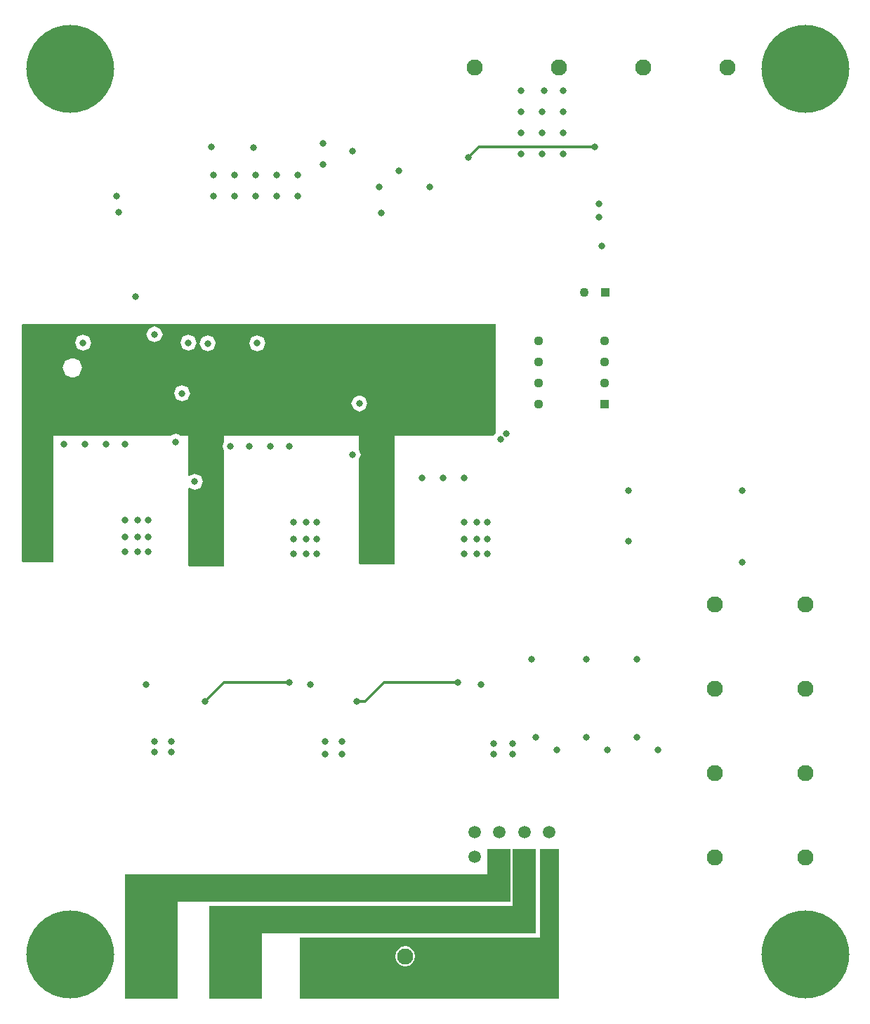
<source format=gbr>
%TF.GenerationSoftware,KiCad,Pcbnew,(6.0.9)*%
%TF.CreationDate,2023-03-24T12:27:37+01:00*%
%TF.ProjectId,twoLevelInverter,74776f4c-6576-4656-9c49-6e7665727465,rev?*%
%TF.SameCoordinates,Original*%
%TF.FileFunction,Copper,L3,Inr*%
%TF.FilePolarity,Positive*%
%FSLAX46Y46*%
G04 Gerber Fmt 4.6, Leading zero omitted, Abs format (unit mm)*
G04 Created by KiCad (PCBNEW (6.0.9)) date 2023-03-24 12:27:37*
%MOMM*%
%LPD*%
G01*
G04 APERTURE LIST*
%TA.AperFunction,ComponentPad*%
%ADD10R,1.100000X1.100000*%
%TD*%
%TA.AperFunction,ComponentPad*%
%ADD11C,1.100000*%
%TD*%
%TA.AperFunction,ComponentPad*%
%ADD12R,1.130000X1.130000*%
%TD*%
%TA.AperFunction,ComponentPad*%
%ADD13C,1.130000*%
%TD*%
%TA.AperFunction,ComponentPad*%
%ADD14C,0.900000*%
%TD*%
%TA.AperFunction,ComponentPad*%
%ADD15C,10.600000*%
%TD*%
%TA.AperFunction,ComponentPad*%
%ADD16C,1.950000*%
%TD*%
%TA.AperFunction,ComponentPad*%
%ADD17R,1.520000X1.520000*%
%TD*%
%TA.AperFunction,ComponentPad*%
%ADD18C,1.520000*%
%TD*%
%TA.AperFunction,ViaPad*%
%ADD19C,0.800000*%
%TD*%
%TA.AperFunction,Conductor*%
%ADD20C,0.300000*%
%TD*%
G04 APERTURE END LIST*
D10*
%TO.N,+3V3*%
%TO.C,C19*%
X218400000Y-74168000D03*
D11*
%TO.N,GND*%
X215900000Y-74168000D03*
%TD*%
D12*
%TO.N,Net-(C17-Pad2)*%
%TO.C,IC8*%
X218346000Y-87630000D03*
D13*
%TO.N,unconnected-(IC8-Pad2)*%
X218346000Y-85090000D03*
%TO.N,unconnected-(IC8-Pad3)*%
X218346000Y-82550000D03*
%TO.N,+3V3*%
X218346000Y-80010000D03*
%TO.N,unconnected-(IC8-Pad5)*%
X210406000Y-80010000D03*
%TO.N,GND*%
X210406000Y-82550000D03*
%TO.N,+24V*%
X210406000Y-85090000D03*
%TO.N,Net-(C17-Pad1)*%
X210406000Y-87630000D03*
%TD*%
D14*
%TO.N,GND*%
%TO.C,H3*%
X245380749Y-151113251D03*
X245380749Y-156734749D03*
X239759251Y-156734749D03*
D15*
X242570000Y-153924000D03*
D14*
X238595000Y-153924000D03*
X242570000Y-157899000D03*
X242570000Y-149949000D03*
X246545000Y-153924000D03*
X239759251Y-151113251D03*
%TD*%
D16*
%TO.N,/B_1*%
%TO.C,J3*%
X242570000Y-142240000D03*
%TO.N,/A_1*%
X242570000Y-132080000D03*
%TO.N,GND*%
X242570000Y-121920000D03*
%TO.N,+5V*%
X242570000Y-111760000D03*
%TD*%
D14*
%TO.N,GND*%
%TO.C,H1*%
X156734749Y-156734749D03*
X149949000Y-153924000D03*
X156734749Y-151113251D03*
X153924000Y-157899000D03*
X157899000Y-153924000D03*
X151113251Y-156734749D03*
D15*
X153924000Y-153924000D03*
D14*
X151113251Y-151113251D03*
X153924000Y-149949000D03*
%TD*%
%TO.N,GND*%
%TO.C,H2*%
X156734749Y-44433251D03*
X149949000Y-47244000D03*
D15*
X153924000Y-47244000D03*
D14*
X153924000Y-43269000D03*
X153924000Y-51219000D03*
X151113251Y-44433251D03*
X156734749Y-50054749D03*
X151113251Y-50054749D03*
X157899000Y-47244000D03*
%TD*%
D16*
%TO.N,/Phase_A*%
%TO.C,J4*%
X163830000Y-154178000D03*
%TO.N,/Phase_B*%
X173990000Y-154178000D03*
%TO.N,/Phase_C*%
X184150000Y-154178000D03*
%TO.N,GND*%
X194310000Y-154178000D03*
%TD*%
D14*
%TO.N,GND*%
%TO.C,H4*%
X239759251Y-50054749D03*
X242570000Y-43269000D03*
X246545000Y-47244000D03*
D15*
X242570000Y-47244000D03*
D14*
X239759251Y-44433251D03*
X245380749Y-50054749D03*
X245380749Y-44433251D03*
X242570000Y-51219000D03*
X238595000Y-47244000D03*
%TD*%
D16*
%TO.N,/HALL_A*%
%TO.C,J8*%
X231648000Y-142240000D03*
%TO.N,/HALL_B*%
X231648000Y-132080000D03*
%TO.N,/HALL_C*%
X231648000Y-121920000D03*
%TO.N,+5V*%
X231648000Y-111760000D03*
%TD*%
%TO.N,+5V*%
%TO.C,J5*%
X233172000Y-47117000D03*
%TO.N,+3V3*%
X223012000Y-47117000D03*
%TO.N,GND*%
X212852000Y-47117000D03*
%TO.N,+24V*%
X202692000Y-47117000D03*
%TD*%
D17*
%TO.N,/Phase_C*%
%TO.C,J2*%
X211667250Y-142192000D03*
D18*
%TO.N,/Phase_B*%
X208667250Y-142192000D03*
%TO.N,/Phase_A*%
X205667250Y-142192000D03*
%TO.N,GND*%
X202667250Y-142192000D03*
%TO.N,/HALL_A*%
X211667250Y-139192000D03*
%TO.N,/HALL_B*%
X208667250Y-139192000D03*
%TO.N,/HALL_C*%
X205667250Y-139192000D03*
%TO.N,+5V*%
X202667250Y-139192000D03*
%TD*%
D19*
%TO.N,/HB2_IS*%
X168910000Y-97015500D03*
X159512000Y-62604500D03*
%TO.N,/HB3_IS*%
X188771424Y-87580576D03*
X187960000Y-93726000D03*
%TO.N,/EN_5V*%
X187960000Y-57150000D03*
X155448000Y-80264000D03*
%TO.N,/HB3_INH*%
X164062023Y-79269977D03*
X176453129Y-80340871D03*
%TO.N,/Phase_C*%
X184658000Y-156972000D03*
X186690000Y-156972000D03*
X182372000Y-156972000D03*
X186436000Y-152400000D03*
X184658000Y-158496000D03*
X186690000Y-158496000D03*
X182118000Y-152400000D03*
X182372000Y-158496000D03*
X184404000Y-152400000D03*
%TO.N,/Phase_B*%
X176276000Y-151638000D03*
X176276000Y-158242000D03*
X171450000Y-156464000D03*
X173990000Y-158242000D03*
X176276000Y-149352000D03*
X176276000Y-156464000D03*
X171450000Y-151638000D03*
X173990000Y-156464000D03*
X171450000Y-149352000D03*
X173990000Y-151638000D03*
X171450000Y-158242000D03*
X173990000Y-149352000D03*
%TO.N,/Phase_A*%
X165608000Y-150368000D03*
X161544000Y-156210000D03*
X163576000Y-150368000D03*
X161544000Y-150368000D03*
X161544000Y-147828000D03*
X163576000Y-156210000D03*
X163576000Y-145542000D03*
X165608000Y-145542000D03*
X165608000Y-158496000D03*
X161544000Y-158496000D03*
X165608000Y-156210000D03*
X163576000Y-147828000D03*
X163576000Y-158496000D03*
X161544000Y-145542000D03*
X165608000Y-147828000D03*
%TO.N,/HALL_A*%
X210058000Y-127762000D03*
%TO.N,/HALL_B*%
X216154000Y-127762000D03*
%TO.N,/HALL_C*%
X222250000Y-127762000D03*
%TO.N,GND*%
X155702000Y-92456000D03*
X182372000Y-103886000D03*
X184658000Y-128270000D03*
X163322000Y-103632000D03*
X176276000Y-60071000D03*
X164084000Y-129540000D03*
X184404000Y-56261000D03*
X207264000Y-128524000D03*
X207264000Y-129794000D03*
X183642000Y-103886000D03*
X180340000Y-92710000D03*
X224790000Y-129286000D03*
X170942000Y-56642000D03*
X166116000Y-128270000D03*
X213360000Y-54991000D03*
X162052000Y-105410000D03*
X208280000Y-57531000D03*
X186690000Y-129794000D03*
X183642000Y-105664000D03*
X160528000Y-105410000D03*
X202946000Y-101854000D03*
X210820000Y-57531000D03*
X198882000Y-96520000D03*
X201422000Y-101854000D03*
X160528000Y-101600000D03*
X201422000Y-105664000D03*
X171196000Y-60071000D03*
X218694000Y-129286000D03*
X211074000Y-49911000D03*
X191135000Y-61468000D03*
X178816000Y-62611000D03*
X210820000Y-52451000D03*
X204978000Y-128524000D03*
X204216000Y-103886000D03*
X181356000Y-60071000D03*
X166116000Y-129540000D03*
X182372000Y-101854000D03*
X201422000Y-96520000D03*
X217997500Y-68580000D03*
X201422000Y-103886000D03*
X176022000Y-56769000D03*
X202946000Y-103886000D03*
X153162000Y-92456000D03*
X178816000Y-60071000D03*
X180848000Y-105664000D03*
X204216000Y-105664000D03*
X217616500Y-63500000D03*
X160528000Y-103632000D03*
X213360000Y-49911000D03*
X162052000Y-101600000D03*
X202946000Y-105664000D03*
X162052000Y-103632000D03*
X184658000Y-129794000D03*
X180848000Y-101854000D03*
X160528000Y-92456000D03*
X183642000Y-101854000D03*
X204216000Y-101854000D03*
X176276000Y-62611000D03*
X171196000Y-62611000D03*
X163322000Y-105410000D03*
X186690000Y-128270000D03*
X164084000Y-128270000D03*
X197231000Y-61468000D03*
X173736000Y-62611000D03*
X158242000Y-92456000D03*
X173736000Y-60071000D03*
X217616500Y-65151000D03*
X180848000Y-103886000D03*
X173228000Y-92710000D03*
X182372000Y-105664000D03*
X208280000Y-49911000D03*
X234950000Y-98044000D03*
X212598000Y-129286000D03*
X208280000Y-54991000D03*
X204978000Y-129794000D03*
X213360000Y-57531000D03*
X213360000Y-52451000D03*
X163322000Y-101600000D03*
X184404000Y-58801000D03*
X178054000Y-92710000D03*
X181356000Y-62611000D03*
X234950000Y-106680000D03*
X210820000Y-54991000D03*
X196342000Y-96520000D03*
X175514000Y-92710000D03*
X208280000Y-52451000D03*
%TO.N,+24V*%
X204470000Y-86360000D03*
X191770000Y-78740000D03*
X191770000Y-99568000D03*
X191516000Y-101346000D03*
X196850000Y-81280000D03*
X151130000Y-100076000D03*
X169164000Y-99568000D03*
X194310000Y-88900000D03*
X196850000Y-88900000D03*
X199390000Y-86360000D03*
X191770000Y-88900000D03*
X199390000Y-83820000D03*
X191770000Y-86360000D03*
X204470000Y-81280000D03*
X191262000Y-104394000D03*
X189484000Y-106172000D03*
X192024000Y-106426000D03*
X201930000Y-57912000D03*
X150622000Y-106172000D03*
X194310000Y-83820000D03*
X196850000Y-83820000D03*
X201930000Y-78740000D03*
X149352000Y-104394000D03*
X199390000Y-88900000D03*
X170942000Y-99568000D03*
X189484000Y-103886000D03*
X201930000Y-81280000D03*
X191770000Y-83820000D03*
X199390000Y-81280000D03*
X169418000Y-103886000D03*
X191770000Y-81280000D03*
X204470000Y-83820000D03*
X189484000Y-101346000D03*
X170688000Y-102616000D03*
X196850000Y-86360000D03*
X204470000Y-78740000D03*
X194310000Y-78740000D03*
X204470000Y-88900000D03*
X169164000Y-101600000D03*
X201930000Y-88900000D03*
X189738000Y-99568000D03*
X169164000Y-106172000D03*
X194310000Y-86360000D03*
X199390000Y-78740000D03*
X149098000Y-100076000D03*
X148844000Y-106172000D03*
X194310000Y-81280000D03*
X149352000Y-102362000D03*
X201930000Y-86360000D03*
X201930000Y-83820000D03*
X196850000Y-78740000D03*
X171196000Y-106426000D03*
X217170000Y-56642000D03*
%TO.N,+3V3*%
X188468000Y-123444000D03*
X180340000Y-121158000D03*
X200660000Y-121158000D03*
X170180000Y-123444000D03*
%TO.N,Net-(C13-Pad1)*%
X191389000Y-64643000D03*
X193548000Y-59563000D03*
%TO.N,/current_A*%
X166636500Y-92202000D03*
X163068000Y-121412000D03*
%TO.N,/current_B*%
X167386000Y-86360000D03*
X182880000Y-121412000D03*
%TO.N,/current_C*%
X159766000Y-64516000D03*
X203454000Y-121412000D03*
%TO.N,/A_1_3V3*%
X206502000Y-91186000D03*
X221234000Y-98044000D03*
%TO.N,/B_1_3V3*%
X221234000Y-104140000D03*
X205795244Y-91935500D03*
%TO.N,/HALL_B_3V3*%
X216154000Y-118364000D03*
X168148000Y-80264000D03*
%TO.N,/HALL_A_3V3*%
X161798000Y-74676000D03*
X209550000Y-118364000D03*
%TO.N,/HALL_C_3V3*%
X222250000Y-118364000D03*
X170476403Y-80350357D03*
%TD*%
D20*
%TO.N,+24V*%
X217170000Y-56642000D02*
X203200000Y-56642000D01*
X203200000Y-56642000D02*
X201930000Y-57912000D01*
%TO.N,+3V3*%
X172466000Y-121158000D02*
X172974000Y-121158000D01*
X188468000Y-123444000D02*
X189484000Y-123444000D01*
X189484000Y-123444000D02*
X191516000Y-121412000D01*
X172974000Y-121158000D02*
X180340000Y-121158000D01*
X191516000Y-121412000D02*
X191770000Y-121158000D01*
X170180000Y-123444000D02*
X172466000Y-121158000D01*
X191770000Y-121158000D02*
X200660000Y-121158000D01*
%TD*%
%TA.AperFunction,Conductor*%
%TO.N,/Phase_A*%
G36*
X207006573Y-141227427D02*
G01*
X207010000Y-141235700D01*
X207010000Y-147562300D01*
X207006573Y-147570573D01*
X206998300Y-147574000D01*
X166878000Y-147574000D01*
X166878000Y-159246300D01*
X166874573Y-159254573D01*
X166866300Y-159258000D01*
X160539700Y-159258000D01*
X160531427Y-159254573D01*
X160528000Y-159246300D01*
X160528000Y-144283700D01*
X160531427Y-144275427D01*
X160539700Y-144272000D01*
X204216000Y-144272000D01*
X204216000Y-141235700D01*
X204219427Y-141227427D01*
X204227700Y-141224000D01*
X206998300Y-141224000D01*
X207006573Y-141227427D01*
G37*
%TD.AperFunction*%
%TD*%
%TA.AperFunction,Conductor*%
%TO.N,+24V*%
G36*
X205195095Y-78014905D02*
G01*
X205232000Y-78104000D01*
X205232000Y-91101259D01*
X205195095Y-91190354D01*
X205154218Y-91217668D01*
X205123062Y-91230573D01*
X205123061Y-91230574D01*
X205099908Y-91240164D01*
X205090318Y-91263317D01*
X205049351Y-91362219D01*
X204981160Y-91430409D01*
X204932942Y-91440000D01*
X167195958Y-91440000D01*
X167147740Y-91430409D01*
X166659655Y-91228238D01*
X166636500Y-91218647D01*
X166613345Y-91228238D01*
X166125260Y-91430409D01*
X166077042Y-91440000D01*
X151892000Y-91440000D01*
X151892000Y-106554000D01*
X151855095Y-106643095D01*
X151766000Y-106680000D01*
X148208000Y-106680000D01*
X148118905Y-106643095D01*
X148082000Y-106554000D01*
X148082000Y-87580576D01*
X187788071Y-87580576D01*
X188076088Y-88275912D01*
X188771424Y-88563929D01*
X189466760Y-88275912D01*
X189754777Y-87580576D01*
X189466760Y-86885240D01*
X188771424Y-86597223D01*
X188076088Y-86885240D01*
X187788071Y-87580576D01*
X148082000Y-87580576D01*
X148082000Y-86360000D01*
X166402647Y-86360000D01*
X166690664Y-87055336D01*
X167386000Y-87343353D01*
X168081336Y-87055336D01*
X168369353Y-86360000D01*
X168081336Y-85664664D01*
X167386000Y-85376647D01*
X166690664Y-85664664D01*
X166402647Y-86360000D01*
X148082000Y-86360000D01*
X148082000Y-83304000D01*
X152978168Y-83304000D01*
X153329591Y-84152409D01*
X153352745Y-84162000D01*
X153884814Y-84382390D01*
X153957505Y-84412500D01*
X154398495Y-84412500D01*
X154471186Y-84382390D01*
X155003255Y-84162000D01*
X155026409Y-84152409D01*
X155377832Y-83304000D01*
X155026409Y-82455591D01*
X155003255Y-82446000D01*
X154409960Y-82200249D01*
X154398495Y-82195500D01*
X153957505Y-82195500D01*
X153946040Y-82200249D01*
X153352745Y-82446000D01*
X153329591Y-82455591D01*
X152978168Y-83304000D01*
X148082000Y-83304000D01*
X148082000Y-80264000D01*
X154464647Y-80264000D01*
X154752664Y-80959336D01*
X155448000Y-81247353D01*
X156143336Y-80959336D01*
X156431353Y-80264000D01*
X167164647Y-80264000D01*
X167452664Y-80959336D01*
X168148000Y-81247353D01*
X168843336Y-80959336D01*
X169095583Y-80350357D01*
X169493050Y-80350357D01*
X169781067Y-81045693D01*
X170476403Y-81333710D01*
X171171739Y-81045693D01*
X171459756Y-80350357D01*
X171455827Y-80340871D01*
X175469776Y-80340871D01*
X175757793Y-81036207D01*
X176453129Y-81324224D01*
X177148465Y-81036207D01*
X177436482Y-80340871D01*
X177148465Y-79645535D01*
X176453129Y-79357518D01*
X175757793Y-79645535D01*
X175469776Y-80340871D01*
X171455827Y-80340871D01*
X171415594Y-80243739D01*
X171181329Y-79678174D01*
X171171739Y-79655021D01*
X170476403Y-79367004D01*
X169781067Y-79655021D01*
X169771477Y-79678174D01*
X169537213Y-80243739D01*
X169493050Y-80350357D01*
X169095583Y-80350357D01*
X169131353Y-80264000D01*
X168843336Y-79568664D01*
X168148000Y-79280647D01*
X167452664Y-79568664D01*
X167164647Y-80264000D01*
X156431353Y-80264000D01*
X156143336Y-79568664D01*
X155448000Y-79280647D01*
X154752664Y-79568664D01*
X154464647Y-80264000D01*
X148082000Y-80264000D01*
X148082000Y-79269977D01*
X163078670Y-79269977D01*
X163088261Y-79293132D01*
X163158896Y-79463660D01*
X163366687Y-79965313D01*
X164062023Y-80253330D01*
X164757359Y-79965313D01*
X164965150Y-79463660D01*
X165035785Y-79293132D01*
X165045376Y-79269977D01*
X164757359Y-78574641D01*
X164062023Y-78286624D01*
X163366687Y-78574641D01*
X163078670Y-79269977D01*
X148082000Y-79269977D01*
X148082000Y-78104000D01*
X148118905Y-78014905D01*
X148208000Y-77978000D01*
X205106000Y-77978000D01*
X205195095Y-78014905D01*
G37*
%TD.AperFunction*%
%TD*%
%TA.AperFunction,Conductor*%
%TO.N,/Phase_B*%
G36*
X210054573Y-141227427D02*
G01*
X210058000Y-141235700D01*
X210058000Y-151372300D01*
X210054573Y-151380573D01*
X210046300Y-151384000D01*
X177038000Y-151384000D01*
X177038000Y-159246300D01*
X177034573Y-159254573D01*
X177026300Y-159258000D01*
X170699700Y-159258000D01*
X170691427Y-159254573D01*
X170688000Y-159246300D01*
X170688000Y-148093700D01*
X170691427Y-148085427D01*
X170699700Y-148082000D01*
X207264000Y-148082000D01*
X207264000Y-141235700D01*
X207267427Y-141227427D01*
X207275700Y-141224000D01*
X210046300Y-141224000D01*
X210054573Y-141227427D01*
G37*
%TD.AperFunction*%
%TD*%
%TA.AperFunction,Conductor*%
%TO.N,+24V*%
G36*
X172466000Y-92150542D02*
G01*
X172456409Y-92198760D01*
X172244647Y-92710000D01*
X172254238Y-92733155D01*
X172456409Y-93221240D01*
X172466000Y-93269458D01*
X172466000Y-107062000D01*
X172429095Y-107151095D01*
X172340000Y-107188000D01*
X168274000Y-107188000D01*
X168184905Y-107151095D01*
X168148000Y-107062000D01*
X168148000Y-97871795D01*
X168184905Y-97782700D01*
X168274000Y-97745795D01*
X168322217Y-97755386D01*
X168910000Y-97998853D01*
X169605336Y-97710836D01*
X169893353Y-97015500D01*
X169605336Y-96320164D01*
X168910000Y-96032147D01*
X168322217Y-96275614D01*
X168225782Y-96275614D01*
X168157591Y-96207423D01*
X168148000Y-96159205D01*
X168148000Y-86894394D01*
X168359762Y-86383155D01*
X168369353Y-86360000D01*
X168148000Y-85825605D01*
X168148000Y-84836000D01*
X172466000Y-84836000D01*
X172466000Y-92150542D01*
G37*
%TD.AperFunction*%
%TD*%
%TA.AperFunction,Conductor*%
%TO.N,+24V*%
G36*
X193040000Y-106808000D02*
G01*
X193003095Y-106897095D01*
X192914000Y-106934000D01*
X188848000Y-106934000D01*
X188758905Y-106897095D01*
X188722000Y-106808000D01*
X188722000Y-94285458D01*
X188731591Y-94237240D01*
X188933762Y-93749155D01*
X188943353Y-93726000D01*
X188731591Y-93214760D01*
X188722000Y-93166542D01*
X188722000Y-88543457D01*
X188771424Y-88563929D01*
X189466760Y-88275912D01*
X189754777Y-87580576D01*
X189466760Y-86885240D01*
X188771424Y-86597223D01*
X188722000Y-86617695D01*
X188722000Y-84582000D01*
X193040000Y-84582000D01*
X193040000Y-106808000D01*
G37*
%TD.AperFunction*%
%TD*%
%TA.AperFunction,Conductor*%
%TO.N,/Phase_C*%
G36*
X212848573Y-141227427D02*
G01*
X212852000Y-141235700D01*
X212852000Y-159246300D01*
X212848573Y-159254573D01*
X212840300Y-159258000D01*
X181621700Y-159258000D01*
X181613427Y-159254573D01*
X181610000Y-159246300D01*
X181610000Y-154178000D01*
X193111471Y-154178000D01*
X193202704Y-154636657D01*
X193462512Y-155025488D01*
X193851343Y-155285296D01*
X193852472Y-155285521D01*
X193852473Y-155285521D01*
X194308869Y-155376304D01*
X194310000Y-155376529D01*
X194311131Y-155376304D01*
X194767527Y-155285521D01*
X194767528Y-155285521D01*
X194768657Y-155285296D01*
X195157488Y-155025488D01*
X195417296Y-154636657D01*
X195508529Y-154178000D01*
X195417296Y-153719343D01*
X195157488Y-153330512D01*
X194768657Y-153070704D01*
X194767528Y-153070479D01*
X194767527Y-153070479D01*
X194311131Y-152979696D01*
X194310000Y-152979471D01*
X194308869Y-152979696D01*
X193852473Y-153070479D01*
X193852472Y-153070479D01*
X193851343Y-153070704D01*
X193462512Y-153330512D01*
X193202704Y-153719343D01*
X193111471Y-154178000D01*
X181610000Y-154178000D01*
X181610000Y-151903700D01*
X181613427Y-151895427D01*
X181621700Y-151892000D01*
X210566000Y-151892000D01*
X210566000Y-141235700D01*
X210569427Y-141227427D01*
X210577700Y-141224000D01*
X212840300Y-141224000D01*
X212848573Y-141227427D01*
G37*
%TD.AperFunction*%
%TD*%
M02*

</source>
